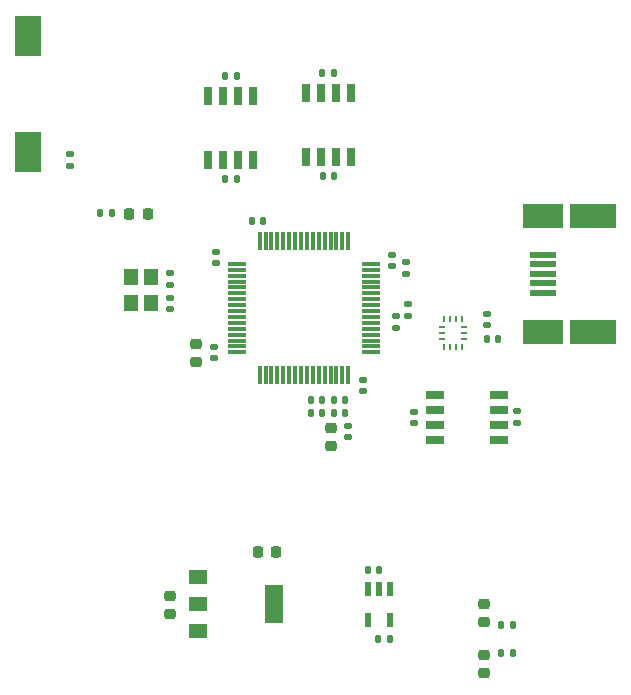
<source format=gbr>
%TF.GenerationSoftware,KiCad,Pcbnew,8.0.4*%
%TF.CreationDate,2024-08-28T23:49:54-07:00*%
%TF.ProjectId,Modubot,4d6f6475-626f-4742-9e6b-696361645f70,rev?*%
%TF.SameCoordinates,Original*%
%TF.FileFunction,Paste,Top*%
%TF.FilePolarity,Positive*%
%FSLAX46Y46*%
G04 Gerber Fmt 4.6, Leading zero omitted, Abs format (unit mm)*
G04 Created by KiCad (PCBNEW 8.0.4) date 2024-08-28 23:49:54*
%MOMM*%
%LPD*%
G01*
G04 APERTURE LIST*
G04 Aperture macros list*
%AMRoundRect*
0 Rectangle with rounded corners*
0 $1 Rounding radius*
0 $2 $3 $4 $5 $6 $7 $8 $9 X,Y pos of 4 corners*
0 Add a 4 corners polygon primitive as box body*
4,1,4,$2,$3,$4,$5,$6,$7,$8,$9,$2,$3,0*
0 Add four circle primitives for the rounded corners*
1,1,$1+$1,$2,$3*
1,1,$1+$1,$4,$5*
1,1,$1+$1,$6,$7*
1,1,$1+$1,$8,$9*
0 Add four rect primitives between the rounded corners*
20,1,$1+$1,$2,$3,$4,$5,0*
20,1,$1+$1,$4,$5,$6,$7,0*
20,1,$1+$1,$6,$7,$8,$9,0*
20,1,$1+$1,$8,$9,$2,$3,0*%
G04 Aperture macros list end*
%ADD10RoundRect,0.218750X-0.218750X-0.256250X0.218750X-0.256250X0.218750X0.256250X-0.218750X0.256250X0*%
%ADD11RoundRect,0.140000X0.170000X-0.140000X0.170000X0.140000X-0.170000X0.140000X-0.170000X-0.140000X0*%
%ADD12RoundRect,0.225000X0.250000X-0.225000X0.250000X0.225000X-0.250000X0.225000X-0.250000X-0.225000X0*%
%ADD13RoundRect,0.135000X-0.135000X-0.185000X0.135000X-0.185000X0.135000X0.185000X-0.135000X0.185000X0*%
%ADD14RoundRect,0.135000X-0.185000X0.135000X-0.185000X-0.135000X0.185000X-0.135000X0.185000X0.135000X0*%
%ADD15R,1.600000X1.200000*%
%ADD16R,1.600000X3.300000*%
%ADD17RoundRect,0.140000X-0.140000X-0.170000X0.140000X-0.170000X0.140000X0.170000X-0.140000X0.170000X0*%
%ADD18RoundRect,0.135000X0.185000X-0.135000X0.185000X0.135000X-0.185000X0.135000X-0.185000X-0.135000X0*%
%ADD19R,1.200000X1.400000*%
%ADD20RoundRect,0.140000X0.140000X0.170000X-0.140000X0.170000X-0.140000X-0.170000X0.140000X-0.170000X0*%
%ADD21RoundRect,0.075000X-0.700000X-0.075000X0.700000X-0.075000X0.700000X0.075000X-0.700000X0.075000X0*%
%ADD22RoundRect,0.075000X-0.075000X-0.700000X0.075000X-0.700000X0.075000X0.700000X-0.075000X0.700000X0*%
%ADD23R,0.650000X1.500000*%
%ADD24R,0.250000X0.475000*%
%ADD25R,0.475000X0.250000*%
%ADD26RoundRect,0.140000X-0.170000X0.140000X-0.170000X-0.140000X0.170000X-0.140000X0.170000X0.140000X0*%
%ADD27R,1.500000X0.650000*%
%ADD28RoundRect,0.135000X0.135000X0.185000X-0.135000X0.185000X-0.135000X-0.185000X0.135000X-0.185000X0*%
%ADD29RoundRect,0.225000X0.225000X0.250000X-0.225000X0.250000X-0.225000X-0.250000X0.225000X-0.250000X0*%
%ADD30RoundRect,0.218750X0.256250X-0.218750X0.256250X0.218750X-0.256250X0.218750X-0.256250X-0.218750X0*%
%ADD31RoundRect,0.218750X-0.256250X0.218750X-0.256250X-0.218750X0.256250X-0.218750X0.256250X0.218750X0*%
%ADD32R,0.600000X1.150000*%
%ADD33R,2.250000X0.500000*%
%ADD34R,3.500000X2.050000*%
%ADD35R,4.000000X2.050000*%
%ADD36R,2.160000X3.350000*%
G04 APERTURE END LIST*
D10*
%TO.C,D3*%
X138912500Y-96520000D03*
X140487500Y-96520000D03*
%TD*%
D11*
%TO.C,C16*%
X142360000Y-104600000D03*
X142360000Y-103640000D03*
%TD*%
%TO.C,C6*%
X146260000Y-100700000D03*
X146260000Y-99740000D03*
%TD*%
D12*
%TO.C,C13*%
X142365000Y-130415000D03*
X142365000Y-128865000D03*
%TD*%
D13*
%TO.C,R4*%
X170400000Y-131339500D03*
X171420000Y-131339500D03*
%TD*%
D14*
%TO.C,R8*%
X171750000Y-113240000D03*
X171750000Y-114260000D03*
%TD*%
D15*
%TO.C,LDO2*%
X144730000Y-127240000D03*
X144730000Y-129540000D03*
X144730000Y-131840000D03*
D16*
X151130000Y-129540000D03*
%TD*%
D17*
%TO.C,C11*%
X159065648Y-126670000D03*
X160025648Y-126670000D03*
%TD*%
%TO.C,C8*%
X156212600Y-113360200D03*
X157172600Y-113360200D03*
%TD*%
D18*
%TO.C,R1*%
X162490000Y-105160000D03*
X162490000Y-104140000D03*
%TD*%
D19*
%TO.C,Y2*%
X139010000Y-101820000D03*
X139010000Y-104020000D03*
X140710000Y-104020000D03*
X140710000Y-101820000D03*
%TD*%
D13*
%TO.C,R11*%
X155240000Y-84600000D03*
X156260000Y-84600000D03*
%TD*%
D20*
%TO.C,C12*%
X160950000Y-132520000D03*
X159990000Y-132520000D03*
%TD*%
D21*
%TO.C,U1*%
X148010000Y-100740000D03*
X148010000Y-101240000D03*
X148010000Y-101740000D03*
X148010000Y-102240000D03*
X148010000Y-102740000D03*
X148010000Y-103240000D03*
X148010000Y-103740000D03*
X148010000Y-104240000D03*
X148010000Y-104740000D03*
X148010000Y-105240000D03*
X148010000Y-105740000D03*
X148010000Y-106240000D03*
X148010000Y-106740000D03*
X148010000Y-107240000D03*
X148010000Y-107740000D03*
X148010000Y-108240000D03*
D22*
X149935000Y-110165000D03*
X150435000Y-110165000D03*
X150935000Y-110165000D03*
X151435000Y-110165000D03*
X151935000Y-110165000D03*
X152435000Y-110165000D03*
X152935000Y-110165000D03*
X153435000Y-110165000D03*
X153935000Y-110165000D03*
X154435000Y-110165000D03*
X154935000Y-110165000D03*
X155435000Y-110165000D03*
X155935000Y-110165000D03*
X156435000Y-110165000D03*
X156935000Y-110165000D03*
X157435000Y-110165000D03*
D21*
X159360000Y-108240000D03*
X159360000Y-107740000D03*
X159360000Y-107240000D03*
X159360000Y-106740000D03*
X159360000Y-106240000D03*
X159360000Y-105740000D03*
X159360000Y-105240000D03*
X159360000Y-104740000D03*
X159360000Y-104240000D03*
X159360000Y-103740000D03*
X159360000Y-103240000D03*
X159360000Y-102740000D03*
X159360000Y-102240000D03*
X159360000Y-101740000D03*
X159360000Y-101240000D03*
X159360000Y-100740000D03*
D22*
X157435000Y-98815000D03*
X156935000Y-98815000D03*
X156435000Y-98815000D03*
X155935000Y-98815000D03*
X155435000Y-98815000D03*
X154935000Y-98815000D03*
X154435000Y-98815000D03*
X153935000Y-98815000D03*
X153435000Y-98815000D03*
X152935000Y-98815000D03*
X152435000Y-98815000D03*
X151935000Y-98815000D03*
X151435000Y-98815000D03*
X150935000Y-98815000D03*
X150435000Y-98815000D03*
X149935000Y-98815000D03*
%TD*%
D11*
%TO.C,C4*%
X146060000Y-108720000D03*
X146060000Y-107760000D03*
%TD*%
%TO.C,C9*%
X157378400Y-115415000D03*
X157378400Y-114455000D03*
%TD*%
D23*
%TO.C,CAN1*%
X145595000Y-91950000D03*
X146865000Y-91950000D03*
X148135000Y-91950000D03*
X149405000Y-91950000D03*
X149405000Y-86550000D03*
X148135000Y-86550000D03*
X146865000Y-86550000D03*
X145595000Y-86550000D03*
%TD*%
D24*
%TO.C,IMU1*%
X165530000Y-107766000D03*
X166030000Y-107766000D03*
X166530000Y-107766000D03*
X167030000Y-107766000D03*
D25*
X167192000Y-107103000D03*
X167192000Y-106603000D03*
X167192000Y-106103000D03*
D24*
X167030000Y-105440000D03*
X166530000Y-105440000D03*
X166030000Y-105440000D03*
X165530000Y-105440000D03*
D25*
X165368000Y-106103000D03*
X165368000Y-106603000D03*
X165368000Y-107103000D03*
%TD*%
D26*
%TO.C,C23*%
X169180000Y-104970000D03*
X169180000Y-105930000D03*
%TD*%
D17*
%TO.C,C19*%
X155270000Y-93300000D03*
X156230000Y-93300000D03*
%TD*%
D27*
%TO.C,CAN2*%
X164800000Y-111845000D03*
X164800000Y-113115000D03*
X164800000Y-114385000D03*
X164800000Y-115655000D03*
X170200000Y-115655000D03*
X170200000Y-114385000D03*
X170200000Y-113115000D03*
X170200000Y-111845000D03*
%TD*%
D17*
%TO.C,C24*%
X169140000Y-107080000D03*
X170100000Y-107080000D03*
%TD*%
D28*
%TO.C,R14*%
X137466800Y-96418400D03*
X136446800Y-96418400D03*
%TD*%
D29*
%TO.C,C14*%
X151340000Y-125140000D03*
X149790000Y-125140000D03*
%TD*%
D20*
%TO.C,C25*%
X155242200Y-112268000D03*
X154282200Y-112268000D03*
%TD*%
D11*
%TO.C,C15*%
X142360000Y-102500000D03*
X142360000Y-101540000D03*
%TD*%
D26*
%TO.C,C3*%
X161137600Y-100002400D03*
X161137600Y-100962400D03*
%TD*%
D20*
%TO.C,C26*%
X155216800Y-113360200D03*
X154256800Y-113360200D03*
%TD*%
D18*
%TO.C,R15*%
X161450000Y-106150000D03*
X161450000Y-105130000D03*
%TD*%
D13*
%TO.C,R3*%
X170390000Y-133720000D03*
X171410000Y-133720000D03*
%TD*%
D30*
%TO.C,D2*%
X168910000Y-131089500D03*
X168910000Y-129514500D03*
%TD*%
D26*
%TO.C,C10*%
X133858000Y-91468000D03*
X133858000Y-92428000D03*
%TD*%
D13*
%TO.C,R5*%
X146990000Y-84850000D03*
X148010000Y-84850000D03*
%TD*%
D31*
%TO.C,D1*%
X168910000Y-133832500D03*
X168910000Y-135407500D03*
%TD*%
D17*
%TO.C,C17*%
X147020000Y-93550000D03*
X147980000Y-93550000D03*
%TD*%
D30*
%TO.C,FB1*%
X155981400Y-116179700D03*
X155981400Y-114604700D03*
%TD*%
D26*
%TO.C,C5*%
X158660000Y-110560000D03*
X158660000Y-111520000D03*
%TD*%
D32*
%TO.C,LDO1*%
X160970000Y-128270000D03*
X160020000Y-128270000D03*
X159070000Y-128270000D03*
X159070000Y-130870000D03*
X160970000Y-130870000D03*
%TD*%
D26*
%TO.C,C18*%
X163029998Y-113270000D03*
X163029998Y-114230000D03*
%TD*%
D17*
%TO.C,C7*%
X156187200Y-112268000D03*
X157147200Y-112268000D03*
%TD*%
D14*
%TO.C,R2*%
X162306000Y-100582000D03*
X162306000Y-101602000D03*
%TD*%
D33*
%TO.C,J1*%
X173913800Y-99990000D03*
X173913800Y-100790000D03*
X173913800Y-101590000D03*
X173913800Y-102390000D03*
X173913800Y-103190000D03*
D34*
X173888800Y-96665000D03*
X173888800Y-106515000D03*
D35*
X178138800Y-96665000D03*
X178138800Y-106515000D03*
%TD*%
D23*
%TO.C,CAN3*%
X153845000Y-91700000D03*
X155115000Y-91700000D03*
X156385000Y-91700000D03*
X157655000Y-91700000D03*
X157655000Y-86300000D03*
X156385000Y-86300000D03*
X155115000Y-86300000D03*
X153845000Y-86300000D03*
%TD*%
D12*
%TO.C,C1*%
X144526000Y-109095000D03*
X144526000Y-107545000D03*
%TD*%
D17*
%TO.C,C2*%
X149270000Y-97120000D03*
X150230000Y-97120000D03*
%TD*%
D36*
%TO.C,SW3*%
X130302000Y-81435000D03*
X130302000Y-91285000D03*
%TD*%
M02*

</source>
